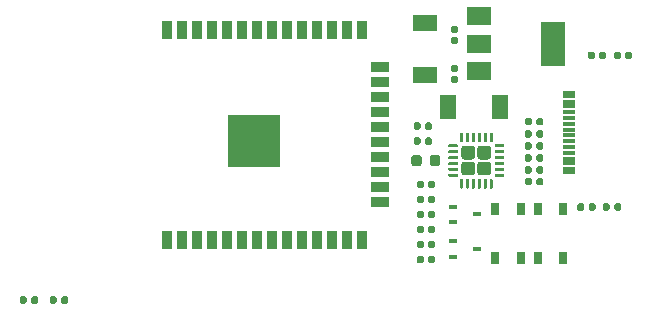
<source format=gbr>
G04 #@! TF.GenerationSoftware,KiCad,Pcbnew,(5.1.10)-1*
G04 #@! TF.CreationDate,2021-08-11T19:04:18+09:00*
G04 #@! TF.ProjectId,ESP32_LED,45535033-325f-44c4-9544-2e6b69636164,rev?*
G04 #@! TF.SameCoordinates,Original*
G04 #@! TF.FileFunction,Paste,Top*
G04 #@! TF.FilePolarity,Positive*
%FSLAX46Y46*%
G04 Gerber Fmt 4.6, Leading zero omitted, Abs format (unit mm)*
G04 Created by KiCad (PCBNEW (5.1.10)-1) date 2021-08-11 19:04:18*
%MOMM*%
%LPD*%
G01*
G04 APERTURE LIST*
%ADD10R,2.000000X1.400000*%
%ADD11R,0.900000X1.500000*%
%ADD12R,1.500000X0.900000*%
%ADD13R,4.500000X4.500000*%
%ADD14R,1.140000X0.300000*%
%ADD15R,2.000000X3.800000*%
%ADD16R,2.000000X1.500000*%
%ADD17R,1.400000X2.000000*%
%ADD18R,0.650000X1.050000*%
%ADD19R,0.700000X0.450000*%
G04 APERTURE END LIST*
D10*
X165100000Y-80092000D03*
X165100000Y-75692000D03*
D11*
X143322000Y-94080000D03*
X144592000Y-94080000D03*
X145862000Y-94080000D03*
X147132000Y-94080000D03*
X148402000Y-94080000D03*
X149672000Y-94080000D03*
X150942000Y-94080000D03*
X152212000Y-94080000D03*
X153482000Y-94080000D03*
X154752000Y-94080000D03*
X156022000Y-94080000D03*
X157292000Y-94080000D03*
X158562000Y-94080000D03*
X159832000Y-94080000D03*
D12*
X161332000Y-90890000D03*
X161332000Y-89620000D03*
X161332000Y-88350000D03*
X161332000Y-87080000D03*
X161332000Y-85810000D03*
X161332000Y-84540000D03*
X161332000Y-83270000D03*
X161332000Y-82000000D03*
X161332000Y-80730000D03*
X161332000Y-79460000D03*
D11*
X159832000Y-76280000D03*
X158562000Y-76280000D03*
X157292000Y-76280000D03*
X156022000Y-76280000D03*
X154752000Y-76280000D03*
X153482000Y-76280000D03*
X152212000Y-76280000D03*
X150942000Y-76280000D03*
X149672000Y-76280000D03*
X148402000Y-76280000D03*
X147132000Y-76280000D03*
X145862000Y-76280000D03*
X144592000Y-76280000D03*
X143322000Y-76280000D03*
D13*
X150662000Y-85760000D03*
D14*
X177292000Y-88350000D03*
X177292000Y-86250000D03*
X177292000Y-85750000D03*
X177292000Y-85250000D03*
X177292000Y-84750000D03*
X177292000Y-84250000D03*
X177292000Y-83750000D03*
X177292000Y-88050000D03*
X177292000Y-86750000D03*
X177292000Y-87550000D03*
X177292000Y-87250000D03*
X177292000Y-83250000D03*
X177292000Y-82750000D03*
X177292000Y-82450000D03*
X177292000Y-81950000D03*
X177292000Y-81650000D03*
D15*
X175972000Y-77470000D03*
D16*
X169672000Y-77470000D03*
X169672000Y-79770000D03*
X169672000Y-75170000D03*
D17*
X167050000Y-82804000D03*
X171450000Y-82804000D03*
D18*
X174693000Y-91440000D03*
X176843000Y-91440000D03*
X176843000Y-95590000D03*
X174693000Y-95590000D03*
D19*
X167507075Y-94219000D03*
X167507075Y-95519000D03*
X169507075Y-94869000D03*
D18*
X171078000Y-95590000D03*
X173228000Y-95590000D03*
X173228000Y-91440000D03*
X171078000Y-91440000D03*
G36*
G01*
X164851500Y-87119750D02*
X164851500Y-87632250D01*
G75*
G02*
X164632750Y-87851000I-218750J0D01*
G01*
X164195250Y-87851000D01*
G75*
G02*
X163976500Y-87632250I0J218750D01*
G01*
X163976500Y-87119750D01*
G75*
G02*
X164195250Y-86901000I218750J0D01*
G01*
X164632750Y-86901000D01*
G75*
G02*
X164851500Y-87119750I0J-218750D01*
G01*
G37*
G36*
G01*
X166426500Y-87119750D02*
X166426500Y-87632250D01*
G75*
G02*
X166207750Y-87851000I-218750J0D01*
G01*
X165770250Y-87851000D01*
G75*
G02*
X165551500Y-87632250I0J218750D01*
G01*
X165551500Y-87119750D01*
G75*
G02*
X165770250Y-86901000I218750J0D01*
G01*
X166207750Y-86901000D01*
G75*
G02*
X166426500Y-87119750I0J-218750D01*
G01*
G37*
G36*
G01*
X170739000Y-87715999D02*
X170739000Y-88386001D01*
G75*
G02*
X170489001Y-88636000I-249999J0D01*
G01*
X169818999Y-88636000D01*
G75*
G02*
X169569000Y-88386001I0J249999D01*
G01*
X169569000Y-87715999D01*
G75*
G02*
X169818999Y-87466000I249999J0D01*
G01*
X170489001Y-87466000D01*
G75*
G02*
X170739000Y-87715999I0J-249999D01*
G01*
G37*
G36*
G01*
X170739000Y-86365999D02*
X170739000Y-87036001D01*
G75*
G02*
X170489001Y-87286000I-249999J0D01*
G01*
X169818999Y-87286000D01*
G75*
G02*
X169569000Y-87036001I0J249999D01*
G01*
X169569000Y-86365999D01*
G75*
G02*
X169818999Y-86116000I249999J0D01*
G01*
X170489001Y-86116000D01*
G75*
G02*
X170739000Y-86365999I0J-249999D01*
G01*
G37*
G36*
G01*
X169389000Y-87715999D02*
X169389000Y-88386001D01*
G75*
G02*
X169139001Y-88636000I-249999J0D01*
G01*
X168468999Y-88636000D01*
G75*
G02*
X168219000Y-88386001I0J249999D01*
G01*
X168219000Y-87715999D01*
G75*
G02*
X168468999Y-87466000I249999J0D01*
G01*
X169139001Y-87466000D01*
G75*
G02*
X169389000Y-87715999I0J-249999D01*
G01*
G37*
G36*
G01*
X169389000Y-86365999D02*
X169389000Y-87036001D01*
G75*
G02*
X169139001Y-87286000I-249999J0D01*
G01*
X168468999Y-87286000D01*
G75*
G02*
X168219000Y-87036001I0J249999D01*
G01*
X168219000Y-86365999D01*
G75*
G02*
X168468999Y-86116000I249999J0D01*
G01*
X169139001Y-86116000D01*
G75*
G02*
X169389000Y-86365999I0J-249999D01*
G01*
G37*
G36*
G01*
X171854000Y-88563500D02*
X171854000Y-88688500D01*
G75*
G02*
X171791500Y-88751000I-62500J0D01*
G01*
X171091500Y-88751000D01*
G75*
G02*
X171029000Y-88688500I0J62500D01*
G01*
X171029000Y-88563500D01*
G75*
G02*
X171091500Y-88501000I62500J0D01*
G01*
X171791500Y-88501000D01*
G75*
G02*
X171854000Y-88563500I0J-62500D01*
G01*
G37*
G36*
G01*
X171854000Y-88063500D02*
X171854000Y-88188500D01*
G75*
G02*
X171791500Y-88251000I-62500J0D01*
G01*
X171091500Y-88251000D01*
G75*
G02*
X171029000Y-88188500I0J62500D01*
G01*
X171029000Y-88063500D01*
G75*
G02*
X171091500Y-88001000I62500J0D01*
G01*
X171791500Y-88001000D01*
G75*
G02*
X171854000Y-88063500I0J-62500D01*
G01*
G37*
G36*
G01*
X171854000Y-87563500D02*
X171854000Y-87688500D01*
G75*
G02*
X171791500Y-87751000I-62500J0D01*
G01*
X171091500Y-87751000D01*
G75*
G02*
X171029000Y-87688500I0J62500D01*
G01*
X171029000Y-87563500D01*
G75*
G02*
X171091500Y-87501000I62500J0D01*
G01*
X171791500Y-87501000D01*
G75*
G02*
X171854000Y-87563500I0J-62500D01*
G01*
G37*
G36*
G01*
X171854000Y-87063500D02*
X171854000Y-87188500D01*
G75*
G02*
X171791500Y-87251000I-62500J0D01*
G01*
X171091500Y-87251000D01*
G75*
G02*
X171029000Y-87188500I0J62500D01*
G01*
X171029000Y-87063500D01*
G75*
G02*
X171091500Y-87001000I62500J0D01*
G01*
X171791500Y-87001000D01*
G75*
G02*
X171854000Y-87063500I0J-62500D01*
G01*
G37*
G36*
G01*
X171854000Y-86563500D02*
X171854000Y-86688500D01*
G75*
G02*
X171791500Y-86751000I-62500J0D01*
G01*
X171091500Y-86751000D01*
G75*
G02*
X171029000Y-86688500I0J62500D01*
G01*
X171029000Y-86563500D01*
G75*
G02*
X171091500Y-86501000I62500J0D01*
G01*
X171791500Y-86501000D01*
G75*
G02*
X171854000Y-86563500I0J-62500D01*
G01*
G37*
G36*
G01*
X171854000Y-86063500D02*
X171854000Y-86188500D01*
G75*
G02*
X171791500Y-86251000I-62500J0D01*
G01*
X171091500Y-86251000D01*
G75*
G02*
X171029000Y-86188500I0J62500D01*
G01*
X171029000Y-86063500D01*
G75*
G02*
X171091500Y-86001000I62500J0D01*
G01*
X171791500Y-86001000D01*
G75*
G02*
X171854000Y-86063500I0J-62500D01*
G01*
G37*
G36*
G01*
X170854000Y-85063500D02*
X170854000Y-85763500D01*
G75*
G02*
X170791500Y-85826000I-62500J0D01*
G01*
X170666500Y-85826000D01*
G75*
G02*
X170604000Y-85763500I0J62500D01*
G01*
X170604000Y-85063500D01*
G75*
G02*
X170666500Y-85001000I62500J0D01*
G01*
X170791500Y-85001000D01*
G75*
G02*
X170854000Y-85063500I0J-62500D01*
G01*
G37*
G36*
G01*
X170354000Y-85063500D02*
X170354000Y-85763500D01*
G75*
G02*
X170291500Y-85826000I-62500J0D01*
G01*
X170166500Y-85826000D01*
G75*
G02*
X170104000Y-85763500I0J62500D01*
G01*
X170104000Y-85063500D01*
G75*
G02*
X170166500Y-85001000I62500J0D01*
G01*
X170291500Y-85001000D01*
G75*
G02*
X170354000Y-85063500I0J-62500D01*
G01*
G37*
G36*
G01*
X169854000Y-85063500D02*
X169854000Y-85763500D01*
G75*
G02*
X169791500Y-85826000I-62500J0D01*
G01*
X169666500Y-85826000D01*
G75*
G02*
X169604000Y-85763500I0J62500D01*
G01*
X169604000Y-85063500D01*
G75*
G02*
X169666500Y-85001000I62500J0D01*
G01*
X169791500Y-85001000D01*
G75*
G02*
X169854000Y-85063500I0J-62500D01*
G01*
G37*
G36*
G01*
X169354000Y-85063500D02*
X169354000Y-85763500D01*
G75*
G02*
X169291500Y-85826000I-62500J0D01*
G01*
X169166500Y-85826000D01*
G75*
G02*
X169104000Y-85763500I0J62500D01*
G01*
X169104000Y-85063500D01*
G75*
G02*
X169166500Y-85001000I62500J0D01*
G01*
X169291500Y-85001000D01*
G75*
G02*
X169354000Y-85063500I0J-62500D01*
G01*
G37*
G36*
G01*
X168854000Y-85063500D02*
X168854000Y-85763500D01*
G75*
G02*
X168791500Y-85826000I-62500J0D01*
G01*
X168666500Y-85826000D01*
G75*
G02*
X168604000Y-85763500I0J62500D01*
G01*
X168604000Y-85063500D01*
G75*
G02*
X168666500Y-85001000I62500J0D01*
G01*
X168791500Y-85001000D01*
G75*
G02*
X168854000Y-85063500I0J-62500D01*
G01*
G37*
G36*
G01*
X168354000Y-85063500D02*
X168354000Y-85763500D01*
G75*
G02*
X168291500Y-85826000I-62500J0D01*
G01*
X168166500Y-85826000D01*
G75*
G02*
X168104000Y-85763500I0J62500D01*
G01*
X168104000Y-85063500D01*
G75*
G02*
X168166500Y-85001000I62500J0D01*
G01*
X168291500Y-85001000D01*
G75*
G02*
X168354000Y-85063500I0J-62500D01*
G01*
G37*
G36*
G01*
X167929000Y-86063500D02*
X167929000Y-86188500D01*
G75*
G02*
X167866500Y-86251000I-62500J0D01*
G01*
X167166500Y-86251000D01*
G75*
G02*
X167104000Y-86188500I0J62500D01*
G01*
X167104000Y-86063500D01*
G75*
G02*
X167166500Y-86001000I62500J0D01*
G01*
X167866500Y-86001000D01*
G75*
G02*
X167929000Y-86063500I0J-62500D01*
G01*
G37*
G36*
G01*
X167929000Y-86563500D02*
X167929000Y-86688500D01*
G75*
G02*
X167866500Y-86751000I-62500J0D01*
G01*
X167166500Y-86751000D01*
G75*
G02*
X167104000Y-86688500I0J62500D01*
G01*
X167104000Y-86563500D01*
G75*
G02*
X167166500Y-86501000I62500J0D01*
G01*
X167866500Y-86501000D01*
G75*
G02*
X167929000Y-86563500I0J-62500D01*
G01*
G37*
G36*
G01*
X167929000Y-87063500D02*
X167929000Y-87188500D01*
G75*
G02*
X167866500Y-87251000I-62500J0D01*
G01*
X167166500Y-87251000D01*
G75*
G02*
X167104000Y-87188500I0J62500D01*
G01*
X167104000Y-87063500D01*
G75*
G02*
X167166500Y-87001000I62500J0D01*
G01*
X167866500Y-87001000D01*
G75*
G02*
X167929000Y-87063500I0J-62500D01*
G01*
G37*
G36*
G01*
X167929000Y-87563500D02*
X167929000Y-87688500D01*
G75*
G02*
X167866500Y-87751000I-62500J0D01*
G01*
X167166500Y-87751000D01*
G75*
G02*
X167104000Y-87688500I0J62500D01*
G01*
X167104000Y-87563500D01*
G75*
G02*
X167166500Y-87501000I62500J0D01*
G01*
X167866500Y-87501000D01*
G75*
G02*
X167929000Y-87563500I0J-62500D01*
G01*
G37*
G36*
G01*
X167929000Y-88063500D02*
X167929000Y-88188500D01*
G75*
G02*
X167866500Y-88251000I-62500J0D01*
G01*
X167166500Y-88251000D01*
G75*
G02*
X167104000Y-88188500I0J62500D01*
G01*
X167104000Y-88063500D01*
G75*
G02*
X167166500Y-88001000I62500J0D01*
G01*
X167866500Y-88001000D01*
G75*
G02*
X167929000Y-88063500I0J-62500D01*
G01*
G37*
G36*
G01*
X167929000Y-88563500D02*
X167929000Y-88688500D01*
G75*
G02*
X167866500Y-88751000I-62500J0D01*
G01*
X167166500Y-88751000D01*
G75*
G02*
X167104000Y-88688500I0J62500D01*
G01*
X167104000Y-88563500D01*
G75*
G02*
X167166500Y-88501000I62500J0D01*
G01*
X167866500Y-88501000D01*
G75*
G02*
X167929000Y-88563500I0J-62500D01*
G01*
G37*
G36*
G01*
X168354000Y-88988500D02*
X168354000Y-89688500D01*
G75*
G02*
X168291500Y-89751000I-62500J0D01*
G01*
X168166500Y-89751000D01*
G75*
G02*
X168104000Y-89688500I0J62500D01*
G01*
X168104000Y-88988500D01*
G75*
G02*
X168166500Y-88926000I62500J0D01*
G01*
X168291500Y-88926000D01*
G75*
G02*
X168354000Y-88988500I0J-62500D01*
G01*
G37*
G36*
G01*
X168854000Y-88988500D02*
X168854000Y-89688500D01*
G75*
G02*
X168791500Y-89751000I-62500J0D01*
G01*
X168666500Y-89751000D01*
G75*
G02*
X168604000Y-89688500I0J62500D01*
G01*
X168604000Y-88988500D01*
G75*
G02*
X168666500Y-88926000I62500J0D01*
G01*
X168791500Y-88926000D01*
G75*
G02*
X168854000Y-88988500I0J-62500D01*
G01*
G37*
G36*
G01*
X169354000Y-88988500D02*
X169354000Y-89688500D01*
G75*
G02*
X169291500Y-89751000I-62500J0D01*
G01*
X169166500Y-89751000D01*
G75*
G02*
X169104000Y-89688500I0J62500D01*
G01*
X169104000Y-88988500D01*
G75*
G02*
X169166500Y-88926000I62500J0D01*
G01*
X169291500Y-88926000D01*
G75*
G02*
X169354000Y-88988500I0J-62500D01*
G01*
G37*
G36*
G01*
X169854000Y-88988500D02*
X169854000Y-89688500D01*
G75*
G02*
X169791500Y-89751000I-62500J0D01*
G01*
X169666500Y-89751000D01*
G75*
G02*
X169604000Y-89688500I0J62500D01*
G01*
X169604000Y-88988500D01*
G75*
G02*
X169666500Y-88926000I62500J0D01*
G01*
X169791500Y-88926000D01*
G75*
G02*
X169854000Y-88988500I0J-62500D01*
G01*
G37*
G36*
G01*
X170354000Y-88988500D02*
X170354000Y-89688500D01*
G75*
G02*
X170291500Y-89751000I-62500J0D01*
G01*
X170166500Y-89751000D01*
G75*
G02*
X170104000Y-89688500I0J62500D01*
G01*
X170104000Y-88988500D01*
G75*
G02*
X170166500Y-88926000I62500J0D01*
G01*
X170291500Y-88926000D01*
G75*
G02*
X170354000Y-88988500I0J-62500D01*
G01*
G37*
G36*
G01*
X170854000Y-88988500D02*
X170854000Y-89688500D01*
G75*
G02*
X170791500Y-89751000I-62500J0D01*
G01*
X170666500Y-89751000D01*
G75*
G02*
X170604000Y-89688500I0J62500D01*
G01*
X170604000Y-88988500D01*
G75*
G02*
X170666500Y-88926000I62500J0D01*
G01*
X170791500Y-88926000D01*
G75*
G02*
X170854000Y-88988500I0J-62500D01*
G01*
G37*
D19*
X169507075Y-91918491D03*
X167507075Y-92568491D03*
X167507075Y-91268491D03*
G36*
G01*
X174177500Y-84952500D02*
X174177500Y-85297500D01*
G75*
G02*
X174030000Y-85445000I-147500J0D01*
G01*
X173735000Y-85445000D01*
G75*
G02*
X173587500Y-85297500I0J147500D01*
G01*
X173587500Y-84952500D01*
G75*
G02*
X173735000Y-84805000I147500J0D01*
G01*
X174030000Y-84805000D01*
G75*
G02*
X174177500Y-84952500I0J-147500D01*
G01*
G37*
G36*
G01*
X175147500Y-84952500D02*
X175147500Y-85297500D01*
G75*
G02*
X175000000Y-85445000I-147500J0D01*
G01*
X174705000Y-85445000D01*
G75*
G02*
X174557500Y-85297500I0J147500D01*
G01*
X174557500Y-84952500D01*
G75*
G02*
X174705000Y-84805000I147500J0D01*
G01*
X175000000Y-84805000D01*
G75*
G02*
X175147500Y-84952500I0J-147500D01*
G01*
G37*
G36*
G01*
X175147500Y-88000500D02*
X175147500Y-88345500D01*
G75*
G02*
X175000000Y-88493000I-147500J0D01*
G01*
X174705000Y-88493000D01*
G75*
G02*
X174557500Y-88345500I0J147500D01*
G01*
X174557500Y-88000500D01*
G75*
G02*
X174705000Y-87853000I147500J0D01*
G01*
X175000000Y-87853000D01*
G75*
G02*
X175147500Y-88000500I0J-147500D01*
G01*
G37*
G36*
G01*
X174177500Y-88000500D02*
X174177500Y-88345500D01*
G75*
G02*
X174030000Y-88493000I-147500J0D01*
G01*
X173735000Y-88493000D01*
G75*
G02*
X173587500Y-88345500I0J147500D01*
G01*
X173587500Y-88000500D01*
G75*
G02*
X173735000Y-87853000I147500J0D01*
G01*
X174030000Y-87853000D01*
G75*
G02*
X174177500Y-88000500I0J-147500D01*
G01*
G37*
G36*
G01*
X165996000Y-94315500D02*
X165996000Y-94660500D01*
G75*
G02*
X165848500Y-94808000I-147500J0D01*
G01*
X165553500Y-94808000D01*
G75*
G02*
X165406000Y-94660500I0J147500D01*
G01*
X165406000Y-94315500D01*
G75*
G02*
X165553500Y-94168000I147500J0D01*
G01*
X165848500Y-94168000D01*
G75*
G02*
X165996000Y-94315500I0J-147500D01*
G01*
G37*
G36*
G01*
X165026000Y-94315500D02*
X165026000Y-94660500D01*
G75*
G02*
X164878500Y-94808000I-147500J0D01*
G01*
X164583500Y-94808000D01*
G75*
G02*
X164436000Y-94660500I0J147500D01*
G01*
X164436000Y-94315500D01*
G75*
G02*
X164583500Y-94168000I147500J0D01*
G01*
X164878500Y-94168000D01*
G75*
G02*
X165026000Y-94315500I0J-147500D01*
G01*
G37*
G36*
G01*
X165730000Y-85552500D02*
X165730000Y-85897500D01*
G75*
G02*
X165582500Y-86045000I-147500J0D01*
G01*
X165287500Y-86045000D01*
G75*
G02*
X165140000Y-85897500I0J147500D01*
G01*
X165140000Y-85552500D01*
G75*
G02*
X165287500Y-85405000I147500J0D01*
G01*
X165582500Y-85405000D01*
G75*
G02*
X165730000Y-85552500I0J-147500D01*
G01*
G37*
G36*
G01*
X164760000Y-85552500D02*
X164760000Y-85897500D01*
G75*
G02*
X164612500Y-86045000I-147500J0D01*
G01*
X164317500Y-86045000D01*
G75*
G02*
X164170000Y-85897500I0J147500D01*
G01*
X164170000Y-85552500D01*
G75*
G02*
X164317500Y-85405000I147500J0D01*
G01*
X164612500Y-85405000D01*
G75*
G02*
X164760000Y-85552500I0J-147500D01*
G01*
G37*
G36*
G01*
X167467500Y-79253000D02*
X167812500Y-79253000D01*
G75*
G02*
X167960000Y-79400500I0J-147500D01*
G01*
X167960000Y-79695500D01*
G75*
G02*
X167812500Y-79843000I-147500J0D01*
G01*
X167467500Y-79843000D01*
G75*
G02*
X167320000Y-79695500I0J147500D01*
G01*
X167320000Y-79400500D01*
G75*
G02*
X167467500Y-79253000I147500J0D01*
G01*
G37*
G36*
G01*
X167467500Y-80223000D02*
X167812500Y-80223000D01*
G75*
G02*
X167960000Y-80370500I0J-147500D01*
G01*
X167960000Y-80665500D01*
G75*
G02*
X167812500Y-80813000I-147500J0D01*
G01*
X167467500Y-80813000D01*
G75*
G02*
X167320000Y-80665500I0J147500D01*
G01*
X167320000Y-80370500D01*
G75*
G02*
X167467500Y-80223000I147500J0D01*
G01*
G37*
G36*
G01*
X167812500Y-76541000D02*
X167467500Y-76541000D01*
G75*
G02*
X167320000Y-76393500I0J147500D01*
G01*
X167320000Y-76098500D01*
G75*
G02*
X167467500Y-75951000I147500J0D01*
G01*
X167812500Y-75951000D01*
G75*
G02*
X167960000Y-76098500I0J-147500D01*
G01*
X167960000Y-76393500D01*
G75*
G02*
X167812500Y-76541000I-147500J0D01*
G01*
G37*
G36*
G01*
X167812500Y-77511000D02*
X167467500Y-77511000D01*
G75*
G02*
X167320000Y-77363500I0J147500D01*
G01*
X167320000Y-77068500D01*
G75*
G02*
X167467500Y-76921000I147500J0D01*
G01*
X167812500Y-76921000D01*
G75*
G02*
X167960000Y-77068500I0J-147500D01*
G01*
X167960000Y-77363500D01*
G75*
G02*
X167812500Y-77511000I-147500J0D01*
G01*
G37*
G36*
G01*
X165406000Y-90850500D02*
X165406000Y-90505500D01*
G75*
G02*
X165553500Y-90358000I147500J0D01*
G01*
X165848500Y-90358000D01*
G75*
G02*
X165996000Y-90505500I0J-147500D01*
G01*
X165996000Y-90850500D01*
G75*
G02*
X165848500Y-90998000I-147500J0D01*
G01*
X165553500Y-90998000D01*
G75*
G02*
X165406000Y-90850500I0J147500D01*
G01*
G37*
G36*
G01*
X164436000Y-90850500D02*
X164436000Y-90505500D01*
G75*
G02*
X164583500Y-90358000I147500J0D01*
G01*
X164878500Y-90358000D01*
G75*
G02*
X165026000Y-90505500I0J-147500D01*
G01*
X165026000Y-90850500D01*
G75*
G02*
X164878500Y-90998000I-147500J0D01*
G01*
X164583500Y-90998000D01*
G75*
G02*
X164436000Y-90850500I0J147500D01*
G01*
G37*
G36*
G01*
X165406000Y-93390500D02*
X165406000Y-93045500D01*
G75*
G02*
X165553500Y-92898000I147500J0D01*
G01*
X165848500Y-92898000D01*
G75*
G02*
X165996000Y-93045500I0J-147500D01*
G01*
X165996000Y-93390500D01*
G75*
G02*
X165848500Y-93538000I-147500J0D01*
G01*
X165553500Y-93538000D01*
G75*
G02*
X165406000Y-93390500I0J147500D01*
G01*
G37*
G36*
G01*
X164436000Y-93390500D02*
X164436000Y-93045500D01*
G75*
G02*
X164583500Y-92898000I147500J0D01*
G01*
X164878500Y-92898000D01*
G75*
G02*
X165026000Y-93045500I0J-147500D01*
G01*
X165026000Y-93390500D01*
G75*
G02*
X164878500Y-93538000I-147500J0D01*
G01*
X164583500Y-93538000D01*
G75*
G02*
X164436000Y-93390500I0J147500D01*
G01*
G37*
G36*
G01*
X164436000Y-92120500D02*
X164436000Y-91775500D01*
G75*
G02*
X164583500Y-91628000I147500J0D01*
G01*
X164878500Y-91628000D01*
G75*
G02*
X165026000Y-91775500I0J-147500D01*
G01*
X165026000Y-92120500D01*
G75*
G02*
X164878500Y-92268000I-147500J0D01*
G01*
X164583500Y-92268000D01*
G75*
G02*
X164436000Y-92120500I0J147500D01*
G01*
G37*
G36*
G01*
X165406000Y-92120500D02*
X165406000Y-91775500D01*
G75*
G02*
X165553500Y-91628000I147500J0D01*
G01*
X165848500Y-91628000D01*
G75*
G02*
X165996000Y-91775500I0J-147500D01*
G01*
X165996000Y-92120500D01*
G75*
G02*
X165848500Y-92268000I-147500J0D01*
G01*
X165553500Y-92268000D01*
G75*
G02*
X165406000Y-92120500I0J147500D01*
G01*
G37*
G36*
G01*
X165406000Y-89580500D02*
X165406000Y-89235500D01*
G75*
G02*
X165553500Y-89088000I147500J0D01*
G01*
X165848500Y-89088000D01*
G75*
G02*
X165996000Y-89235500I0J-147500D01*
G01*
X165996000Y-89580500D01*
G75*
G02*
X165848500Y-89728000I-147500J0D01*
G01*
X165553500Y-89728000D01*
G75*
G02*
X165406000Y-89580500I0J147500D01*
G01*
G37*
G36*
G01*
X164436000Y-89580500D02*
X164436000Y-89235500D01*
G75*
G02*
X164583500Y-89088000I147500J0D01*
G01*
X164878500Y-89088000D01*
G75*
G02*
X165026000Y-89235500I0J-147500D01*
G01*
X165026000Y-89580500D01*
G75*
G02*
X164878500Y-89728000I-147500J0D01*
G01*
X164583500Y-89728000D01*
G75*
G02*
X164436000Y-89580500I0J147500D01*
G01*
G37*
G36*
G01*
X174557500Y-86313500D02*
X174557500Y-85968500D01*
G75*
G02*
X174705000Y-85821000I147500J0D01*
G01*
X175000000Y-85821000D01*
G75*
G02*
X175147500Y-85968500I0J-147500D01*
G01*
X175147500Y-86313500D01*
G75*
G02*
X175000000Y-86461000I-147500J0D01*
G01*
X174705000Y-86461000D01*
G75*
G02*
X174557500Y-86313500I0J147500D01*
G01*
G37*
G36*
G01*
X173587500Y-86313500D02*
X173587500Y-85968500D01*
G75*
G02*
X173735000Y-85821000I147500J0D01*
G01*
X174030000Y-85821000D01*
G75*
G02*
X174177500Y-85968500I0J-147500D01*
G01*
X174177500Y-86313500D01*
G75*
G02*
X174030000Y-86461000I-147500J0D01*
G01*
X173735000Y-86461000D01*
G75*
G02*
X173587500Y-86313500I0J147500D01*
G01*
G37*
G36*
G01*
X173587500Y-87329500D02*
X173587500Y-86984500D01*
G75*
G02*
X173735000Y-86837000I147500J0D01*
G01*
X174030000Y-86837000D01*
G75*
G02*
X174177500Y-86984500I0J-147500D01*
G01*
X174177500Y-87329500D01*
G75*
G02*
X174030000Y-87477000I-147500J0D01*
G01*
X173735000Y-87477000D01*
G75*
G02*
X173587500Y-87329500I0J147500D01*
G01*
G37*
G36*
G01*
X174557500Y-87329500D02*
X174557500Y-86984500D01*
G75*
G02*
X174705000Y-86837000I147500J0D01*
G01*
X175000000Y-86837000D01*
G75*
G02*
X175147500Y-86984500I0J-147500D01*
G01*
X175147500Y-87329500D01*
G75*
G02*
X175000000Y-87477000I-147500J0D01*
G01*
X174705000Y-87477000D01*
G75*
G02*
X174557500Y-87329500I0J147500D01*
G01*
G37*
G36*
G01*
X165730000Y-84282500D02*
X165730000Y-84627500D01*
G75*
G02*
X165582500Y-84775000I-147500J0D01*
G01*
X165287500Y-84775000D01*
G75*
G02*
X165140000Y-84627500I0J147500D01*
G01*
X165140000Y-84282500D01*
G75*
G02*
X165287500Y-84135000I147500J0D01*
G01*
X165582500Y-84135000D01*
G75*
G02*
X165730000Y-84282500I0J-147500D01*
G01*
G37*
G36*
G01*
X164760000Y-84282500D02*
X164760000Y-84627500D01*
G75*
G02*
X164612500Y-84775000I-147500J0D01*
G01*
X164317500Y-84775000D01*
G75*
G02*
X164170000Y-84627500I0J147500D01*
G01*
X164170000Y-84282500D01*
G75*
G02*
X164317500Y-84135000I147500J0D01*
G01*
X164612500Y-84135000D01*
G75*
G02*
X164760000Y-84282500I0J-147500D01*
G01*
G37*
G36*
G01*
X133355000Y-99359500D02*
X133355000Y-99014500D01*
G75*
G02*
X133502500Y-98867000I147500J0D01*
G01*
X133797500Y-98867000D01*
G75*
G02*
X133945000Y-99014500I0J-147500D01*
G01*
X133945000Y-99359500D01*
G75*
G02*
X133797500Y-99507000I-147500J0D01*
G01*
X133502500Y-99507000D01*
G75*
G02*
X133355000Y-99359500I0J147500D01*
G01*
G37*
G36*
G01*
X134325000Y-99359500D02*
X134325000Y-99014500D01*
G75*
G02*
X134472500Y-98867000I147500J0D01*
G01*
X134767500Y-98867000D01*
G75*
G02*
X134915000Y-99014500I0J-147500D01*
G01*
X134915000Y-99359500D01*
G75*
G02*
X134767500Y-99507000I-147500J0D01*
G01*
X134472500Y-99507000D01*
G75*
G02*
X134325000Y-99359500I0J147500D01*
G01*
G37*
G36*
G01*
X131785000Y-99359500D02*
X131785000Y-99014500D01*
G75*
G02*
X131932500Y-98867000I147500J0D01*
G01*
X132227500Y-98867000D01*
G75*
G02*
X132375000Y-99014500I0J-147500D01*
G01*
X132375000Y-99359500D01*
G75*
G02*
X132227500Y-99507000I-147500J0D01*
G01*
X131932500Y-99507000D01*
G75*
G02*
X131785000Y-99359500I0J147500D01*
G01*
G37*
G36*
G01*
X130815000Y-99359500D02*
X130815000Y-99014500D01*
G75*
G02*
X130962500Y-98867000I147500J0D01*
G01*
X131257500Y-98867000D01*
G75*
G02*
X131405000Y-99014500I0J-147500D01*
G01*
X131405000Y-99359500D01*
G75*
G02*
X131257500Y-99507000I-147500J0D01*
G01*
X130962500Y-99507000D01*
G75*
G02*
X130815000Y-99359500I0J147500D01*
G01*
G37*
G36*
G01*
X173602500Y-89326500D02*
X173602500Y-88981500D01*
G75*
G02*
X173750000Y-88834000I147500J0D01*
G01*
X174045000Y-88834000D01*
G75*
G02*
X174192500Y-88981500I0J-147500D01*
G01*
X174192500Y-89326500D01*
G75*
G02*
X174045000Y-89474000I-147500J0D01*
G01*
X173750000Y-89474000D01*
G75*
G02*
X173602500Y-89326500I0J147500D01*
G01*
G37*
G36*
G01*
X174572500Y-89326500D02*
X174572500Y-88981500D01*
G75*
G02*
X174720000Y-88834000I147500J0D01*
G01*
X175015000Y-88834000D01*
G75*
G02*
X175162500Y-88981500I0J-147500D01*
G01*
X175162500Y-89326500D01*
G75*
G02*
X175015000Y-89474000I-147500J0D01*
G01*
X174720000Y-89474000D01*
G75*
G02*
X174572500Y-89326500I0J147500D01*
G01*
G37*
G36*
G01*
X174572500Y-84246500D02*
X174572500Y-83901500D01*
G75*
G02*
X174720000Y-83754000I147500J0D01*
G01*
X175015000Y-83754000D01*
G75*
G02*
X175162500Y-83901500I0J-147500D01*
G01*
X175162500Y-84246500D01*
G75*
G02*
X175015000Y-84394000I-147500J0D01*
G01*
X174720000Y-84394000D01*
G75*
G02*
X174572500Y-84246500I0J147500D01*
G01*
G37*
G36*
G01*
X173602500Y-84246500D02*
X173602500Y-83901500D01*
G75*
G02*
X173750000Y-83754000I147500J0D01*
G01*
X174045000Y-83754000D01*
G75*
G02*
X174192500Y-83901500I0J-147500D01*
G01*
X174192500Y-84246500D01*
G75*
G02*
X174045000Y-84394000I-147500J0D01*
G01*
X173750000Y-84394000D01*
G75*
G02*
X173602500Y-84246500I0J147500D01*
G01*
G37*
G36*
G01*
X181755000Y-91140500D02*
X181755000Y-91485500D01*
G75*
G02*
X181607500Y-91633000I-147500J0D01*
G01*
X181312500Y-91633000D01*
G75*
G02*
X181165000Y-91485500I0J147500D01*
G01*
X181165000Y-91140500D01*
G75*
G02*
X181312500Y-90993000I147500J0D01*
G01*
X181607500Y-90993000D01*
G75*
G02*
X181755000Y-91140500I0J-147500D01*
G01*
G37*
G36*
G01*
X180785000Y-91140500D02*
X180785000Y-91485500D01*
G75*
G02*
X180637500Y-91633000I-147500J0D01*
G01*
X180342500Y-91633000D01*
G75*
G02*
X180195000Y-91485500I0J147500D01*
G01*
X180195000Y-91140500D01*
G75*
G02*
X180342500Y-90993000I147500J0D01*
G01*
X180637500Y-90993000D01*
G75*
G02*
X180785000Y-91140500I0J-147500D01*
G01*
G37*
G36*
G01*
X178013000Y-91485500D02*
X178013000Y-91140500D01*
G75*
G02*
X178160500Y-90993000I147500J0D01*
G01*
X178455500Y-90993000D01*
G75*
G02*
X178603000Y-91140500I0J-147500D01*
G01*
X178603000Y-91485500D01*
G75*
G02*
X178455500Y-91633000I-147500J0D01*
G01*
X178160500Y-91633000D01*
G75*
G02*
X178013000Y-91485500I0J147500D01*
G01*
G37*
G36*
G01*
X178983000Y-91485500D02*
X178983000Y-91140500D01*
G75*
G02*
X179130500Y-90993000I147500J0D01*
G01*
X179425500Y-90993000D01*
G75*
G02*
X179573000Y-91140500I0J-147500D01*
G01*
X179573000Y-91485500D01*
G75*
G02*
X179425500Y-91633000I-147500J0D01*
G01*
X179130500Y-91633000D01*
G75*
G02*
X178983000Y-91485500I0J147500D01*
G01*
G37*
G36*
G01*
X182667000Y-78297500D02*
X182667000Y-78642500D01*
G75*
G02*
X182519500Y-78790000I-147500J0D01*
G01*
X182224500Y-78790000D01*
G75*
G02*
X182077000Y-78642500I0J147500D01*
G01*
X182077000Y-78297500D01*
G75*
G02*
X182224500Y-78150000I147500J0D01*
G01*
X182519500Y-78150000D01*
G75*
G02*
X182667000Y-78297500I0J-147500D01*
G01*
G37*
G36*
G01*
X181697000Y-78297500D02*
X181697000Y-78642500D01*
G75*
G02*
X181549500Y-78790000I-147500J0D01*
G01*
X181254500Y-78790000D01*
G75*
G02*
X181107000Y-78642500I0J147500D01*
G01*
X181107000Y-78297500D01*
G75*
G02*
X181254500Y-78150000I147500J0D01*
G01*
X181549500Y-78150000D01*
G75*
G02*
X181697000Y-78297500I0J-147500D01*
G01*
G37*
G36*
G01*
X178902000Y-78642500D02*
X178902000Y-78297500D01*
G75*
G02*
X179049500Y-78150000I147500J0D01*
G01*
X179344500Y-78150000D01*
G75*
G02*
X179492000Y-78297500I0J-147500D01*
G01*
X179492000Y-78642500D01*
G75*
G02*
X179344500Y-78790000I-147500J0D01*
G01*
X179049500Y-78790000D01*
G75*
G02*
X178902000Y-78642500I0J147500D01*
G01*
G37*
G36*
G01*
X179872000Y-78642500D02*
X179872000Y-78297500D01*
G75*
G02*
X180019500Y-78150000I147500J0D01*
G01*
X180314500Y-78150000D01*
G75*
G02*
X180462000Y-78297500I0J-147500D01*
G01*
X180462000Y-78642500D01*
G75*
G02*
X180314500Y-78790000I-147500J0D01*
G01*
X180019500Y-78790000D01*
G75*
G02*
X179872000Y-78642500I0J147500D01*
G01*
G37*
G36*
G01*
X165984000Y-95585500D02*
X165984000Y-95930500D01*
G75*
G02*
X165836500Y-96078000I-147500J0D01*
G01*
X165541500Y-96078000D01*
G75*
G02*
X165394000Y-95930500I0J147500D01*
G01*
X165394000Y-95585500D01*
G75*
G02*
X165541500Y-95438000I147500J0D01*
G01*
X165836500Y-95438000D01*
G75*
G02*
X165984000Y-95585500I0J-147500D01*
G01*
G37*
G36*
G01*
X165014000Y-95585500D02*
X165014000Y-95930500D01*
G75*
G02*
X164866500Y-96078000I-147500J0D01*
G01*
X164571500Y-96078000D01*
G75*
G02*
X164424000Y-95930500I0J147500D01*
G01*
X164424000Y-95585500D01*
G75*
G02*
X164571500Y-95438000I147500J0D01*
G01*
X164866500Y-95438000D01*
G75*
G02*
X165014000Y-95585500I0J-147500D01*
G01*
G37*
M02*

</source>
